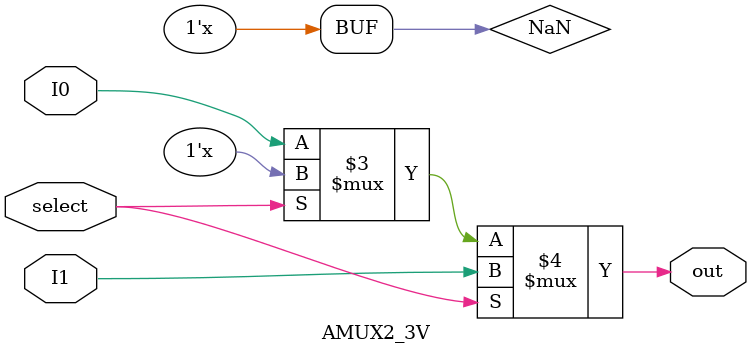
<source format=v>



module AMUX2_3V (
   input I0,
   input I1,
   output out,
   input select
);
   wire VDD,VSS;
   wire I0, I1;
   wire out;
   wire select;
   wire NaN;

   initial begin
      NaN = 0.0 / 0.0;
   end

   assign out = (select == 1'b1) ? I1:
		 (select == 1'b0) ? I0 :
		 NaN;

endmodule

</source>
